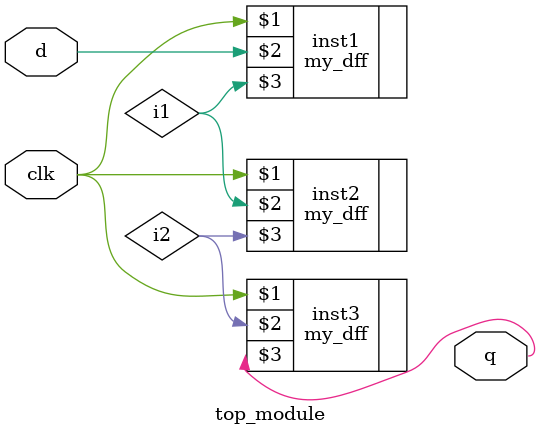
<source format=v>
module top_module ( input clk, input d, output q );
   
   wire i1;
   wire i2;
   
   my_dff inst1 (clk, d, i1);
   my_dff inst2 (clk, i1, i2);
   my_dff inst3 (clk, i2, q);

endmodule
</source>
